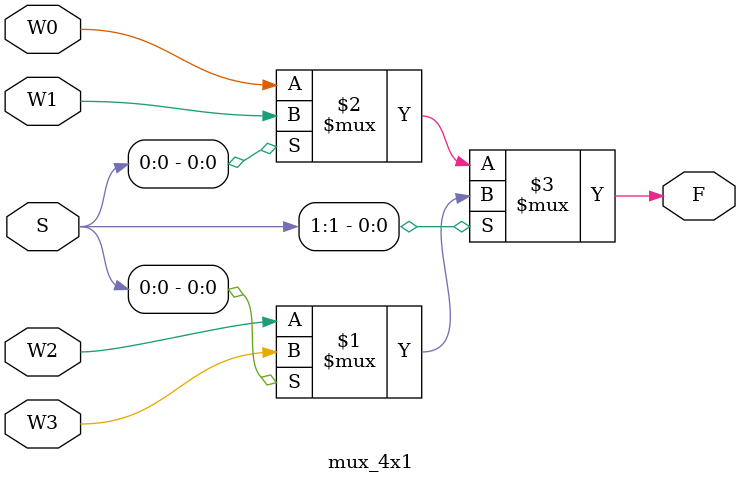
<source format=v>
module mux_4x1(W3,W2,W1,W0,S,F);
input W0,W1,W2,W3;
input [1:0]S;
output F;

assign F=S[1]?(S[0]?W3:W2):(S[0]?W1:W0);

endmodule
</source>
